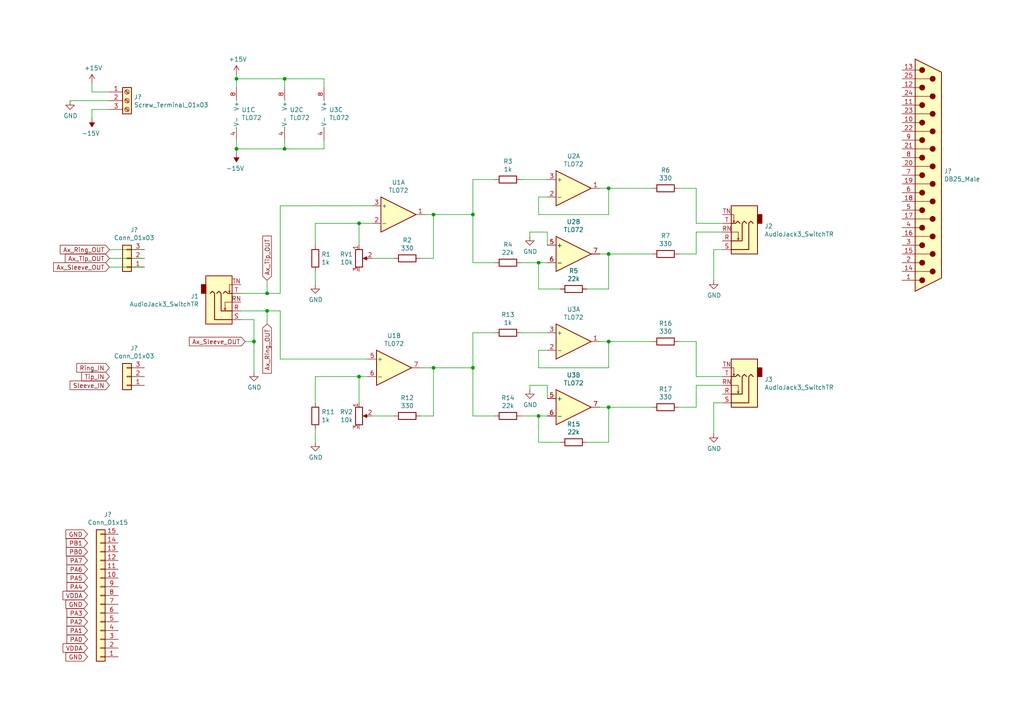
<source format=kicad_sch>
(kicad_sch (version 20231120) (generator "eeschema") (generator_version "8.0")
  (paper "A4")
  (lib_symbols
    (symbol "Amplifier_Operational:TL072" (pin_names (offset 0.127))
      (property "Reference" "U" (at 0 5.08 0))
      (property "Value" "TL072" (at 0 -5.08 0))
      (symbol "TL072_1_1"
        (polyline (pts (xy -5.08 5.08) (xy 5.08 0) (xy -5.08 -5.08) (xy -5.08 5.08)) (stroke (width 0.254)) (fill (type background)))
        (pin output line (at 7.62 0 180) (length 2.54) (name "~") (number "1"))
        (pin input line (at -7.62 -2.54 0) (length 2.54) (name "-") (number "2"))
        (pin input line (at -7.62 2.54 0) (length 2.54) (name "+") (number "3"))
      )
      (symbol "TL072_2_1"
        (polyline (pts (xy -5.08 5.08) (xy 5.08 0) (xy -5.08 -5.08) (xy -5.08 5.08)) (stroke (width 0.254)) (fill (type background)))
        (pin input line (at -7.62 2.54 0) (length 2.54) (name "+") (number "5"))
        (pin input line (at -7.62 -2.54 0) (length 2.54) (name "-") (number "6"))
        (pin output line (at 7.62 0 180) (length 2.54) (name "~") (number "7"))
      )
      (symbol "TL072_3_1"
        (pin power_in line (at -2.54 -7.62 90) (length 3.81) (name "V-") (number "4"))
        (pin power_in line (at -2.54 7.62 270) (length 3.81) (name "V+") (number "8"))
      )
    )
    (symbol "AxolotiLaser-rescue:+15V-power" (power) (pin_names (offset 0))
      (property "Value" "power_+15V" (at 0 3.556 0))
      (symbol "+15V-power_0_1"
        (polyline (pts (xy -0.762 1.27) (xy 0 2.54)))
        (polyline (pts (xy 0 0) (xy 0 2.54)))
        (polyline (pts (xy 0 2.54) (xy 0.762 1.27)))
      )
      (symbol "+15V-power_1_1"
        (pin power_in line (at 0 0 90) (length 0) hide (name "+15V") (number "1"))
      )
    )
    (symbol "AxolotiLaser-rescue:-15V-power" (power) (pin_names (offset 0))
      (property "Value" "power_-15V" (at 0 3.81 0))
      (symbol "-15V-power_0_0"
        (pin power_in line (at 0 0 90) (length 0) hide (name "-15V") (number "1"))
      )
      (symbol "-15V-power_0_1"
        (polyline (pts (xy 0 0) (xy 0 1.27) (xy 0.762 1.27) (xy 0 2.54) (xy -0.762 1.27) (xy 0 1.27)) (fill (type outline)))
      )
    )
    (symbol "AxolotiLaser-rescue:AudioJack3_SwitchTR-Connector"
      (property "Reference" "J" (at 0 8.89 0))
      (property "Value" "Connector_AudioJack3_SwitchTR" (at 0 6.35 0))
      (symbol "AudioJack3_SwitchTR-Connector_0_1"
        (rectangle (start -5.08 -5.08) (end -6.35 -7.62) (stroke (width 0.254)) (fill (type outline)))
        (polyline (pts (xy 0.508 -0.254) (xy 0.762 -0.762)))
        (polyline (pts (xy 1.778 -5.334) (xy 2.032 -5.842)))
        (polyline (pts (xy 0 -5.08) (xy 0.635 -5.715) (xy 1.27 -5.08) (xy 2.54 -5.08)) (stroke (width 0.254)))
        (polyline (pts (xy 2.54 -7.62) (xy 1.778 -7.62) (xy 1.778 -5.334) (xy 1.524 -5.842)))
        (polyline (pts (xy 2.54 -2.54) (xy 0.508 -2.54) (xy 0.508 -0.254) (xy 0.254 -0.762)))
        (polyline (pts (xy -1.905 -5.08) (xy -1.27 -5.715) (xy -0.635 -5.08) (xy -0.635 0) (xy 2.54 0)) (stroke (width 0.254)))
        (polyline (pts (xy 2.54 2.54) (xy -2.54 2.54) (xy -2.54 -5.08) (xy -3.175 -5.715) (xy -3.81 -5.08)) (stroke (width 0.254)))
        (rectangle (start 2.54 3.81) (end -5.08 -10.16) (stroke (width 0.254)) (fill (type background)))
      )
      (symbol "AudioJack3_SwitchTR-Connector_1_1"
        (pin passive line (at 5.08 0 180) (length 2.54) (name "~") (number "R"))
        (pin passive line (at 5.08 -2.54 180) (length 2.54) (name "~") (number "RN"))
        (pin passive line (at 5.08 2.54 180) (length 2.54) (name "~") (number "S"))
        (pin passive line (at 5.08 -5.08 180) (length 2.54) (name "~") (number "T"))
        (pin passive line (at 5.08 -7.62 180) (length 2.54) (name "~") (number "TN"))
      )
    )
    (symbol "AxolotiLaser-rescue:DB25_Male-Connector" (pin_names (offset 1.016) hide)
      (property "Reference" "J" (at 0 34.29 0))
      (property "Value" "Connector_DB25_Male" (at 0 -34.925 0))
      (symbol "DB25_Male-Connector_0_1"
        (circle (center -1.778 -30.48) (radius 0.762) (fill (type outline)))
        (circle (center -1.778 -25.4) (radius 0.762) (fill (type outline)))
        (circle (center -1.778 -20.32) (radius 0.762) (fill (type outline)))
        (circle (center -1.778 -15.24) (radius 0.762) (fill (type outline)))
        (circle (center -1.778 -10.16) (radius 0.762) (fill (type outline)))
        (circle (center -1.778 -5.08) (radius 0.762) (fill (type outline)))
        (circle (center -1.778 0) (radius 0.762) (fill (type outline)))
        (circle (center -1.778 5.08) (radius 0.762) (fill (type outline)))
        (circle (center -1.778 10.16) (radius 0.762) (fill (type outline)))
        (circle (center -1.778 15.24) (radius 0.762) (fill (type outline)))
        (circle (center -1.778 20.32) (radius 0.762) (fill (type outline)))
        (circle (center -1.778 25.4) (radius 0.762) (fill (type outline)))
        (circle (center -1.778 30.48) (radius 0.762) (fill (type outline)))
        (polyline (pts (xy -3.81 -30.48) (xy -2.54 -30.48)))
        (polyline (pts (xy -3.81 -27.94) (xy 0.508 -27.94)))
        (polyline (pts (xy -3.81 -25.4) (xy -2.54 -25.4)))
        (polyline (pts (xy -3.81 -22.86) (xy 0.508 -22.86)))
        (polyline (pts (xy -3.81 -20.32) (xy -2.54 -20.32)))
        (polyline (pts (xy -3.81 -17.78) (xy 0.508 -17.78)))
        (polyline (pts (xy -3.81 -15.24) (xy -2.54 -15.24)))
        (polyline (pts (xy -3.81 -12.7) (xy 0.508 -12.7)))
        (polyline (pts (xy -3.81 -10.16) (xy -2.54 -10.16)))
        (polyline (pts (xy -3.81 -7.62) (xy 0.508 -7.62)))
        (polyline (pts (xy -3.81 -5.08) (xy -2.54 -5.08)))
        (polyline (pts (xy -3.81 -2.54) (xy 0.508 -2.54)))
        (polyline (pts (xy -3.81 0) (xy -2.54 0)))
        (polyline (pts (xy -3.81 2.54) (xy 0.508 2.54)))
        (polyline (pts (xy -3.81 5.08) (xy -2.54 5.08)))
        (polyline (pts (xy -3.81 7.62) (xy 0.508 7.62)))
        (polyline (pts (xy -3.81 10.16) (xy -2.54 10.16)))
        (polyline (pts (xy -3.81 12.7) (xy 0.508 12.7)))
        (polyline (pts (xy -3.81 15.24) (xy -2.54 15.24)))
        (polyline (pts (xy -3.81 17.78) (xy 0.508 17.78)))
        (polyline (pts (xy -3.81 20.32) (xy -2.54 20.32)))
        (polyline (pts (xy -3.81 22.86) (xy 0.508 22.86)))
        (polyline (pts (xy -3.81 25.4) (xy -2.54 25.4)))
        (polyline (pts (xy -3.81 27.94) (xy 0.508 27.94)))
        (polyline (pts (xy -3.81 30.48) (xy -2.54 30.48)))
        (polyline (pts (xy -3.81 -33.655) (xy 3.81 -29.845) (xy 3.81 29.845) (xy -3.81 33.655) (xy -3.81 -33.655)) (stroke (width 0.254)) (fill (type background)))
        (circle (center 1.27 -27.94) (radius 0.762) (fill (type outline)))
        (circle (center 1.27 -22.86) (radius 0.762) (fill (type outline)))
        (circle (center 1.27 -17.78) (radius 0.762) (fill (type outline)))
        (circle (center 1.27 -12.7) (radius 0.762) (fill (type outline)))
        (circle (center 1.27 -7.62) (radius 0.762) (fill (type outline)))
        (circle (center 1.27 -2.54) (radius 0.762) (fill (type outline)))
        (circle (center 1.27 2.54) (radius 0.762) (fill (type outline)))
        (circle (center 1.27 7.62) (radius 0.762) (fill (type outline)))
        (circle (center 1.27 12.7) (radius 0.762) (fill (type outline)))
        (circle (center 1.27 17.78) (radius 0.762) (fill (type outline)))
        (circle (center 1.27 22.86) (radius 0.762) (fill (type outline)))
        (circle (center 1.27 27.94) (radius 0.762) (fill (type outline)))
      )
      (symbol "DB25_Male-Connector_1_1"
        (pin passive line (at -7.62 -30.48 0) (length 3.81) (name "1") (number "1"))
        (pin passive line (at -7.62 15.24 0) (length 3.81) (name "10") (number "10"))
        (pin passive line (at -7.62 20.32 0) (length 3.81) (name "11") (number "11"))
        (pin passive line (at -7.62 25.4 0) (length 3.81) (name "12") (number "12"))
        (pin passive line (at -7.62 30.48 0) (length 3.81) (name "13") (number "13"))
        (pin passive line (at -7.62 -27.94 0) (length 3.81) (name "P14") (number "14"))
        (pin passive line (at -7.62 -22.86 0) (length 3.81) (name "P15") (number "15"))
        (pin passive line (at -7.62 -17.78 0) (length 3.81) (name "P16") (number "16"))
        (pin passive line (at -7.62 -12.7 0) (length 3.81) (name "P17") (number "17"))
        (pin passive line (at -7.62 -7.62 0) (length 3.81) (name "P18") (number "18"))
        (pin passive line (at -7.62 -2.54 0) (length 3.81) (name "P19") (number "19"))
        (pin passive line (at -7.62 -25.4 0) (length 3.81) (name "2") (number "2"))
        (pin passive line (at -7.62 2.54 0) (length 3.81) (name "P20") (number "20"))
        (pin passive line (at -7.62 7.62 0) (length 3.81) (name "P21") (number "21"))
        (pin passive line (at -7.62 12.7 0) (length 3.81) (name "P22") (number "22"))
        (pin passive line (at -7.62 17.78 0) (length 3.81) (name "P23") (number "23"))
        (pin passive line (at -7.62 22.86 0) (length 3.81) (name "P24") (number "24"))
        (pin passive line (at -7.62 27.94 0) (length 3.81) (name "P25") (number "25"))
        (pin passive line (at -7.62 -20.32 0) (length 3.81) (name "3") (number "3"))
        (pin passive line (at -7.62 -15.24 0) (length 3.81) (name "4") (number "4"))
        (pin passive line (at -7.62 -10.16 0) (length 3.81) (name "5") (number "5"))
        (pin passive line (at -7.62 -5.08 0) (length 3.81) (name "6") (number "6"))
        (pin passive line (at -7.62 0 0) (length 3.81) (name "7") (number "7"))
        (pin passive line (at -7.62 5.08 0) (length 3.81) (name "8") (number "8"))
        (pin passive line (at -7.62 10.16 0) (length 3.81) (name "9") (number "9"))
      )
    )
    (symbol "AxolotiLaser-rescue:GND-power" (power) (pin_names (offset 0))
      (property "Value" "power_GND" (at 0 -3.81 0))
      (symbol "GND-power_0_1"
        (polyline (pts (xy 0 0) (xy 0 -1.27) (xy 1.27 -1.27) (xy 0 -2.54) (xy -1.27 -1.27) (xy 0 -1.27)))
      )
      (symbol "GND-power_1_1"
        (pin power_in line (at 0 0 270) (length 0) hide (name "GND") (number "1"))
      )
    )
    (symbol "AxolotiLaser-rescue:R_POT-Device" (pin_names (offset 1.016) hide)
      (property "Reference" "RV" (at -4.445 0 90))
      (property "Value" "Device_R_POT" (at -2.54 0 90))
      (symbol "R_POT-Device_0_1"
        (polyline (pts (xy 2.54 0) (xy 1.524 0)))
        (polyline (pts (xy 1.143 0) (xy 2.286 0.508) (xy 2.286 -0.508) (xy 1.143 0)) (fill (type outline)))
        (rectangle (start 1.016 2.54) (end -1.016 -2.54) (stroke (width 0.254)))
      )
      (symbol "R_POT-Device_1_1"
        (pin passive line (at 0 3.81 270) (length 1.27) (name "1") (number "1"))
        (pin passive line (at 3.81 0 180) (length 1.27) (name "2") (number "2"))
        (pin passive line (at 0 -3.81 90) (length 1.27) (name "3") (number "3"))
      )
    )
    (symbol "Connector:Screw_Terminal_01x03" (pin_names (offset 1.016) hide)
      (property "Reference" "J" (at 0 5.08 0))
      (property "Value" "Screw_Terminal_01x03" (at 0 -5.08 0))
      (symbol "Screw_Terminal_01x03_1_1"
        (rectangle (start -1.27 3.81) (end 1.27 -3.81) (stroke (width 0.254)) (fill (type background)))
        (circle (center 0 -2.54) (radius 0.635) (stroke (width 0.1524)))
        (polyline (pts (xy -0.5334 -2.2098) (xy 0.3302 -3.048)) (stroke (width 0.1524)))
        (polyline (pts (xy -0.5334 0.3302) (xy 0.3302 -0.508)) (stroke (width 0.1524)))
        (polyline (pts (xy -0.5334 2.8702) (xy 0.3302 2.032)) (stroke (width 0.1524)))
        (polyline (pts (xy -0.3556 -2.032) (xy 0.508 -2.8702)) (stroke (width 0.1524)))
        (polyline (pts (xy -0.3556 0.508) (xy 0.508 -0.3302)) (stroke (width 0.1524)))
        (polyline (pts (xy -0.3556 3.048) (xy 0.508 2.2098)) (stroke (width 0.1524)))
        (circle (center 0 0) (radius 0.635) (stroke (width 0.1524)))
        (circle (center 0 2.54) (radius 0.635) (stroke (width 0.1524)))
        (pin passive line (at -5.08 2.54 0) (length 3.81) (name "Pin_1") (number "1"))
        (pin passive line (at -5.08 0 0) (length 3.81) (name "Pin_2") (number "2"))
        (pin passive line (at -5.08 -2.54 0) (length 3.81) (name "Pin_3") (number "3"))
      )
    )
    (symbol "Connector_Generic:Conn_01x03" (pin_names (offset 1.016) hide)
      (property "Reference" "J" (at 0 5.08 0))
      (property "Value" "Conn_01x03" (at 0 -5.08 0))
      (symbol "Conn_01x03_1_1"
        (rectangle (start -1.27 -2.413) (end 0 -2.667) (stroke (width 0.1524)))
        (rectangle (start -1.27 0.127) (end 0 -0.127) (stroke (width 0.1524)))
        (rectangle (start -1.27 2.667) (end 0 2.413) (stroke (width 0.1524)))
        (rectangle (start -1.27 3.81) (end 1.27 -3.81) (stroke (width 0.254)) (fill (type background)))
        (pin passive line (at -5.08 2.54 0) (length 3.81) (name "Pin_1") (number "1"))
        (pin passive line (at -5.08 0 0) (length 3.81) (name "Pin_2") (number "2"))
        (pin passive line (at -5.08 -2.54 0) (length 3.81) (name "Pin_3") (number "3"))
      )
    )
    (symbol "Connector_Generic:Conn_01x15" (pin_names (offset 1.016) hide)
      (property "Reference" "J" (at 0 20.32 0))
      (property "Value" "Conn_01x15" (at 0 -20.32 0))
      (symbol "Conn_01x15_1_1"
        (rectangle (start -1.27 -17.653) (end 0 -17.907) (stroke (width 0.1524)))
        (rectangle (start -1.27 -15.113) (end 0 -15.367) (stroke (width 0.1524)))
        (rectangle (start -1.27 -12.573) (end 0 -12.827) (stroke (width 0.1524)))
        (rectangle (start -1.27 -10.033) (end 0 -10.287) (stroke (width 0.1524)))
        (rectangle (start -1.27 -7.493) (end 0 -7.747) (stroke (width 0.1524)))
        (rectangle (start -1.27 -4.953) (end 0 -5.207) (stroke (width 0.1524)))
        (rectangle (start -1.27 -2.413) (end 0 -2.667) (stroke (width 0.1524)))
        (rectangle (start -1.27 0.127) (end 0 -0.127) (stroke (width 0.1524)))
        (rectangle (start -1.27 2.667) (end 0 2.413) (stroke (width 0.1524)))
        (rectangle (start -1.27 5.207) (end 0 4.953) (stroke (width 0.1524)))
        (rectangle (start -1.27 7.747) (end 0 7.493) (stroke (width 0.1524)))
        (rectangle (start -1.27 10.287) (end 0 10.033) (stroke (width 0.1524)))
        (rectangle (start -1.27 12.827) (end 0 12.573) (stroke (width 0.1524)))
        (rectangle (start -1.27 15.367) (end 0 15.113) (stroke (width 0.1524)))
        (rectangle (start -1.27 17.907) (end 0 17.653) (stroke (width 0.1524)))
        (rectangle (start -1.27 19.05) (end 1.27 -19.05) (stroke (width 0.254)) (fill (type background)))
        (pin passive line (at -5.08 17.78 0) (length 3.81) (name "Pin_1") (number "1"))
        (pin passive line (at -5.08 -5.08 0) (length 3.81) (name "Pin_10") (number "10"))
        (pin passive line (at -5.08 -7.62 0) (length 3.81) (name "Pin_11") (number "11"))
        (pin passive line (at -5.08 -10.16 0) (length 3.81) (name "Pin_12") (number "12"))
        (pin passive line (at -5.08 -12.7 0) (length 3.81) (name "Pin_13") (number "13"))
        (pin passive line (at -5.08 -15.24 0) (length 3.81) (name "Pin_14") (number "14"))
        (pin passive line (at -5.08 -17.78 0) (length 3.81) (name "Pin_15") (number "15"))
        (pin passive line (at -5.08 15.24 0) (length 3.81) (name "Pin_2") (number "2"))
        (pin passive line (at -5.08 12.7 0) (length 3.81) (name "Pin_3") (number "3"))
        (pin passive line (at -5.08 10.16 0) (length 3.81) (name "Pin_4") (number "4"))
        (pin passive line (at -5.08 7.62 0) (length 3.81) (name "Pin_5") (number "5"))
        (pin passive line (at -5.08 5.08 0) (length 3.81) (name "Pin_6") (number "6"))
        (pin passive line (at -5.08 2.54 0) (length 3.81) (name "Pin_7") (number "7"))
        (pin passive line (at -5.08 0 0) (length 3.81) (name "Pin_8") (number "8"))
        (pin passive line (at -5.08 -2.54 0) (length 3.81) (name "Pin_9") (number "9"))
      )
    )
    (symbol "Device:R" (pin_numbers hide) (pin_names (offset 0))
      (property "Reference" "R" (at 2.032 0 90))
      (property "Value" "R" (at 0 0 90))
      (symbol "R_0_1"
        (rectangle (start -1.016 -2.54) (end 1.016 2.54) (stroke (width 0.254)))
      )
      (symbol "R_1_1"
        (pin passive line (at 0 3.81 270) (length 1.27) (name "~") (number "1"))
        (pin passive line (at 0 -3.81 90) (length 1.27) (name "~") (number "2"))
      )
    )
  )
  (junction (at 77.47 90.17))
  (junction (at 176.53 118.11))
  (junction (at 82.55 43.18))
  (junction (at 77.47 85.09))
  (junction (at 68.58 43.18))
  (junction (at 137.16 62.23))
  (junction (at 73.66 99.06))
  (junction (at 104.14 109.22))
  (junction (at 125.73 106.68))
  (junction (at 176.53 73.66))
  (junction (at 125.73 62.23))
  (junction (at 68.58 22.86))
  (junction (at 176.53 54.61))
  (junction (at 137.16 106.68))
  (junction (at 176.53 99.06))
  (junction (at 156.21 120.65))
  (junction (at 156.21 76.2))
  (junction (at 104.14 64.77))
  (junction (at 82.55 22.86))
  (wire (pts (xy 125.73 120.65) (xy 125.73 106.68)))
  (wire (pts (xy 156.21 62.23) (xy 176.53 62.23)))
  (wire (pts (xy 41.91 72.39) (xy 31.75 72.39)))
  (wire (pts (xy 73.66 92.71) (xy 73.66 99.06)))
  (wire (pts (xy 201.93 54.61) (xy 201.93 64.77)))
  (wire (pts (xy 201.93 118.11) (xy 201.93 111.76)))
  (wire (pts (xy 26.67 26.67) (xy 26.67 24.13)))
  (wire (pts (xy 176.53 99.06) (xy 189.23 99.06)))
  (wire (pts (xy 26.67 31.75) (xy 26.67 34.29)))
  (wire (pts (xy 156.21 83.82) (xy 162.56 83.82)))
  (wire (pts (xy 93.98 43.18) (xy 93.98 40.64)))
  (wire (pts (xy 153.67 67.31) (xy 153.67 68.58)))
  (wire (pts (xy 69.85 90.17) (xy 77.47 90.17)))
  (wire (pts (xy 31.75 26.67) (xy 26.67 26.67)))
  (wire (pts (xy 82.55 22.86) (xy 93.98 22.86)))
  (wire (pts (xy 104.14 64.77) (xy 104.14 71.12)))
  (wire (pts (xy 41.91 74.93) (xy 31.75 74.93)))
  (wire (pts (xy 68.58 21.59) (xy 68.58 22.86)))
  (wire (pts (xy 158.75 57.15) (xy 156.21 57.15)))
  (wire (pts (xy 91.44 78.74) (xy 91.44 82.55)))
  (wire (pts (xy 137.16 62.23) (xy 137.16 76.2)))
  (wire (pts (xy 93.98 22.86) (xy 93.98 25.4)))
  (wire (pts (xy 73.66 99.06) (xy 73.66 107.95)))
  (wire (pts (xy 158.75 111.76) (xy 153.67 111.76)))
  (wire (pts (xy 173.99 99.06) (xy 176.53 99.06)))
  (wire (pts (xy 68.58 43.18) (xy 68.58 44.45)))
  (wire (pts (xy 156.21 76.2) (xy 158.75 76.2)))
  (wire (pts (xy 156.21 106.68) (xy 176.53 106.68)))
  (wire (pts (xy 176.53 83.82) (xy 176.53 73.66)))
  (wire (pts (xy 196.85 54.61) (xy 201.93 54.61)))
  (wire (pts (xy 151.13 52.07) (xy 158.75 52.07)))
  (wire (pts (xy 125.73 106.68) (xy 137.16 106.68)))
  (wire (pts (xy 77.47 90.17) (xy 81.28 90.17)))
  (wire (pts (xy 77.47 81.28) (xy 77.47 85.09)))
  (wire (pts (xy 69.85 92.71) (xy 73.66 92.71)))
  (wire (pts (xy 201.93 111.76) (xy 209.55 111.76)))
  (wire (pts (xy 176.53 128.27) (xy 176.53 118.11)))
  (wire (pts (xy 106.68 109.22) (xy 104.14 109.22)))
  (wire (pts (xy 121.92 106.68) (xy 125.73 106.68)))
  (wire (pts (xy 137.16 62.23) (xy 137.16 52.07)))
  (wire (pts (xy 68.58 43.18) (xy 82.55 43.18)))
  (wire (pts (xy 137.16 120.65) (xy 143.51 120.65)))
  (wire (pts (xy 151.13 76.2) (xy 156.21 76.2)))
  (wire (pts (xy 153.67 111.76) (xy 153.67 113.03)))
  (wire (pts (xy 81.28 90.17) (xy 81.28 104.14)))
  (wire (pts (xy 156.21 128.27) (xy 162.56 128.27)))
  (wire (pts (xy 201.93 64.77) (xy 209.55 64.77)))
  (wire (pts (xy 31.75 31.75) (xy 26.67 31.75)))
  (wire (pts (xy 196.85 73.66) (xy 201.93 73.66)))
  (wire (pts (xy 77.47 93.98) (xy 77.47 90.17)))
  (wire (pts (xy 121.92 120.65) (xy 125.73 120.65)))
  (wire (pts (xy 137.16 96.52) (xy 143.51 96.52)))
  (wire (pts (xy 68.58 22.86) (xy 82.55 22.86)))
  (wire (pts (xy 209.55 72.39) (xy 207.01 72.39)))
  (wire (pts (xy 196.85 99.06) (xy 201.93 99.06)))
  (wire (pts (xy 201.93 67.31) (xy 209.55 67.31)))
  (wire (pts (xy 156.21 57.15) (xy 156.21 62.23)))
  (wire (pts (xy 156.21 120.65) (xy 156.21 128.27)))
  (wire (pts (xy 158.75 101.6) (xy 156.21 101.6)))
  (wire (pts (xy 81.28 85.09) (xy 81.28 59.69)))
  (wire (pts (xy 81.28 104.14) (xy 106.68 104.14)))
  (wire (pts (xy 69.85 85.09) (xy 77.47 85.09)))
  (wire (pts (xy 156.21 76.2) (xy 156.21 83.82)))
  (wire (pts (xy 91.44 64.77) (xy 91.44 71.12)))
  (wire (pts (xy 176.53 62.23) (xy 176.53 54.61)))
  (wire (pts (xy 201.93 99.06) (xy 201.93 109.22)))
  (wire (pts (xy 156.21 101.6) (xy 156.21 106.68)))
  (wire (pts (xy 68.58 40.64) (xy 68.58 43.18)))
  (wire (pts (xy 81.28 59.69) (xy 107.95 59.69)))
  (wire (pts (xy 82.55 22.86) (xy 82.55 25.4)))
  (wire (pts (xy 91.44 124.46) (xy 91.44 128.27)))
  (wire (pts (xy 137.16 106.68) (xy 137.16 96.52)))
  (wire (pts (xy 207.01 72.39) (xy 207.01 81.28)))
  (wire (pts (xy 125.73 62.23) (xy 137.16 62.23)))
  (wire (pts (xy 114.3 120.65) (xy 107.95 120.65)))
  (wire (pts (xy 104.14 116.84) (xy 104.14 109.22)))
  (wire (pts (xy 125.73 62.23) (xy 125.73 74.93)))
  (wire (pts (xy 77.47 85.09) (xy 81.28 85.09)))
  (wire (pts (xy 137.16 52.07) (xy 143.51 52.07)))
  (wire (pts (xy 176.53 118.11) (xy 189.23 118.11)))
  (wire (pts (xy 151.13 120.65) (xy 156.21 120.65)))
  (wire (pts (xy 68.58 22.86) (xy 68.58 25.4)))
  (wire (pts (xy 137.16 76.2) (xy 143.51 76.2)))
  (wire (pts (xy 158.75 71.12) (xy 158.75 67.31)))
  (wire (pts (xy 137.16 106.68) (xy 137.16 120.65)))
  (wire (pts (xy 209.55 116.84) (xy 207.01 116.84)))
  (wire (pts (xy 71.12 99.06) (xy 73.66 99.06)))
  (wire (pts (xy 173.99 54.61) (xy 176.53 54.61)))
  (wire (pts (xy 125.73 62.23) (xy 123.19 62.23)))
  (wire (pts (xy 151.13 96.52) (xy 158.75 96.52)))
  (wire (pts (xy 201.93 73.66) (xy 201.93 67.31)))
  (wire (pts (xy 176.53 73.66) (xy 173.99 73.66)))
  (wire (pts (xy 170.18 128.27) (xy 176.53 128.27)))
  (wire (pts (xy 104.14 64.77) (xy 107.95 64.77)))
  (wire (pts (xy 31.75 29.21) (xy 20.32 29.21)))
  (wire (pts (xy 121.92 74.93) (xy 125.73 74.93)))
  (wire (pts (xy 176.53 106.68) (xy 176.53 99.06)))
  (wire (pts (xy 176.53 73.66) (xy 189.23 73.66)))
  (wire (pts (xy 201.93 109.22) (xy 209.55 109.22)))
  (wire (pts (xy 196.85 118.11) (xy 201.93 118.11)))
  (wire (pts (xy 114.3 74.93) (xy 107.95 74.93)))
  (wire (pts (xy 82.55 43.18) (xy 93.98 43.18)))
  (wire (pts (xy 82.55 43.18) (xy 82.55 40.64)))
  (wire (pts (xy 170.18 83.82) (xy 176.53 83.82)))
  (wire (pts (xy 104.14 109.22) (xy 91.44 109.22)))
  (wire (pts (xy 176.53 118.11) (xy 173.99 118.11)))
  (wire (pts (xy 91.44 109.22) (xy 91.44 116.84)))
  (wire (pts (xy 104.14 64.77) (xy 91.44 64.77)))
  (wire (pts (xy 156.21 120.65) (xy 158.75 120.65)))
  (wire (pts (xy 158.75 67.31) (xy 153.67 67.31)))
  (wire (pts (xy 158.75 115.57) (xy 158.75 111.76)))
  (wire (pts (xy 41.91 77.47) (xy 31.75 77.47)))
  (wire (pts (xy 176.53 54.61) (xy 189.23 54.61)))
  (wire (pts (xy 207.01 116.84) (xy 207.01 125.73)))
  (global_label "PA4" (shape input) (at 25.4 170.18 180) (property "Intersheetrefs" "${INTERSHEET_REFS}" (effects (hide yes))))
  (global_label "PA1" (shape input) (at 25.4 182.88 180) (property "Intersheetrefs" "${INTERSHEET_REFS}" (effects (hide yes))))
  (global_label "GND" (shape input) (at 25.4 175.26 180) (property "Intersheetrefs" "${INTERSHEET_REFS}" (effects (hide yes))))
  (global_label "Tip_IN" (shape input) (at 31.75 109.22 180) (property "Intersheetrefs" "${INTERSHEET_REFS}" (effects (hide yes))))
  (global_label "Sleeve_IN" (shape input) (at 31.75 111.76 180) (property "Intersheetrefs" "${INTERSHEET_REFS}" (effects (hide yes))))
  (global_label "GND" (shape input) (at 25.4 190.5 180) (property "Intersheetrefs" "${INTERSHEET_REFS}" (effects (hide yes))))
  (global_label "GND" (shape input) (at 25.4 154.94 180) (property "Intersheetrefs" "${INTERSHEET_REFS}" (effects (hide yes))))
  (global_label "PA6" (shape input) (at 25.4 165.1 180) (property "Intersheetrefs" "${INTERSHEET_REFS}" (effects (hide yes))))
  (global_label "Ax_Sleeve_OUT" (shape input) (at 71.12 99.06 180) (property "Intersheetrefs" "${INTERSHEET_REFS}" (effects (hide yes))))
  (global_label "PA7" (shape input) (at 25.4 162.56 180) (property "Intersheetrefs" "${INTERSHEET_REFS}" (effects (hide yes))))
  (global_label "Ax_Sleeve_OUT" (shape input) (at 31.75 77.47 180) (property "Intersheetrefs" "${INTERSHEET_REFS}" (effects (hide yes))))
  (global_label "VDDA" (shape input) (at 25.4 187.96 180) (property "Intersheetrefs" "${INTERSHEET_REFS}" (effects (hide yes))))
  (global_label "Ax_Tip_OUT" (shape input) (at 77.47 81.28 90) (property "Intersheetrefs" "${INTERSHEET_REFS}" (effects (hide yes))))
  (global_label "Ax_Ring_OUT" (shape input) (at 31.75 72.39 180) (property "Intersheetrefs" "${INTERSHEET_REFS}" (effects (hide yes))))
  (global_label "Ax_Tip_OUT" (shape input) (at 31.75 74.93 180) (property "Intersheetrefs" "${INTERSHEET_REFS}" (effects (hide yes))))
  (global_label "PB0" (shape input) (at 25.4 160.02 180) (property "Intersheetrefs" "${INTERSHEET_REFS}" (effects (hide yes))))
  (global_label "PA2" (shape input) (at 25.4 180.34 180) (property "Intersheetrefs" "${INTERSHEET_REFS}" (effects (hide yes))))
  (global_label "PA5" (shape input) (at 25.4 167.64 180) (property "Intersheetrefs" "${INTERSHEET_REFS}" (effects (hide yes))))
  (global_label "Ring_IN" (shape input) (at 31.75 106.68 180) (property "Intersheetrefs" "${INTERSHEET_REFS}" (effects (hide yes))))
  (global_label "PB1" (shape input) (at 25.4 157.48 180) (property "Intersheetrefs" "${INTERSHEET_REFS}" (effects (hide yes))))
  (global_label "PA0" (shape input) (at 25.4 185.42 180) (property "Intersheetrefs" "${INTERSHEET_REFS}" (effects (hide yes))))
  (global_label "PA3" (shape input) (at 25.4 177.8 180) (property "Intersheetrefs" "${INTERSHEET_REFS}" (effects (hide yes))))
  (global_label "VDDA" (shape input) (at 25.4 172.72 180) (property "Intersheetrefs" "${INTERSHEET_REFS}" (effects (hide yes))))
  (global_label "Ax_Ring_OUT" (shape input) (at 77.47 93.98 270) (property "Intersheetrefs" "${INTERSHEET_REFS}" (effects (hide yes))))
  (symbol (lib_id "AxolotiLaser-rescue:AudioJack3_SwitchTR-Connector") (at 64.77 90.17 0) (mirror x) (unit 1)
    (property "Reference" "J1" (at 57.6834 85.9282 0) (effects (justify right)))
    (property "Value" "AudioJack3_SwitchTR" (at 57.6834 88.2396 0) (effects (justify right)))
  )
  (symbol (lib_id "AxolotiLaser-rescue:AudioJack3_SwitchTR-Connector") (at 214.63 69.85 180) (unit 1)
    (property "Reference" "J2" (at 221.742 65.6082 0) (effects (justify right)))
    (property "Value" "AudioJack3_SwitchTR" (at 221.742 67.9196 0) (effects (justify right)))
  )
  (symbol (lib_id "Amplifier_Operational:TL072") (at 115.57 62.23 0) (unit 1)
    (property "Reference" "U1" (at 115.57 52.9082 0))
    (property "Value" "TL072" (at 115.57 55.2196 0))
    (property "Datasheet" "http://www.ti.com/lit/ds/symlink/tl071.pdf" (effects (hide yes)))
  )
  (symbol (lib_id "Amplifier_Operational:TL072") (at 114.3 106.68 0) (unit 2)
    (property "Reference" "U1" (at 114.3 97.3582 0))
    (property "Value" "TL072" (at 114.3 99.6696 0))
    (property "Datasheet" "http://www.ti.com/lit/ds/symlink/tl071.pdf" (effects (hide yes)))
  )
  (symbol (lib_id "Amplifier_Operational:TL072") (at 71.12 33.02 0) (unit 3)
    (property "Reference" "U1" (at 70.0532 31.8516 0) (effects (justify left)))
    (property "Value" "TL072" (at 70.0532 34.163 0) (effects (justify left)))
    (property "Datasheet" "http://www.ti.com/lit/ds/symlink/tl071.pdf" (effects (hide yes)))
  )
  (symbol (lib_id "Amplifier_Operational:TL072") (at 166.37 54.61 0) (unit 1)
    (property "Reference" "U2" (at 166.37 45.2882 0))
    (property "Value" "TL072" (at 166.37 47.5996 0))
    (property "Datasheet" "http://www.ti.com/lit/ds/symlink/tl071.pdf" (effects (hide yes)))
  )
  (symbol (lib_id "Amplifier_Operational:TL072") (at 166.37 73.66 0) (unit 2)
    (property "Reference" "U2" (at 166.37 64.3382 0))
    (property "Value" "TL072" (at 166.37 66.6496 0))
    (property "Datasheet" "http://www.ti.com/lit/ds/symlink/tl071.pdf" (effects (hide yes)))
  )
  (symbol (lib_id "Amplifier_Operational:TL072") (at 85.09 33.02 0) (unit 3)
    (property "Reference" "U2" (at 84.0232 31.8516 0) (effects (justify left)))
    (property "Value" "TL072" (at 84.0232 34.163 0) (effects (justify left)))
    (property "Datasheet" "http://www.ti.com/lit/ds/symlink/tl071.pdf" (effects (hide yes)))
  )
  (symbol (lib_id "Amplifier_Operational:TL072") (at 96.52 33.02 0) (unit 3)
    (property "Reference" "U3" (at 95.4532 31.8516 0) (effects (justify left)))
    (property "Value" "TL072" (at 95.4532 34.163 0) (effects (justify left)))
    (property "Datasheet" "http://www.ti.com/lit/ds/symlink/tl071.pdf" (effects (hide yes)))
  )
  (symbol (lib_id "Connector_Generic:Conn_01x15") (at 29.21 172.72 180) (unit 1)
    (property "Reference" "J?" (at 31.2928 149.225 0))
    (property "Value" "Conn_01x15" (at 31.2928 151.5364 0))
  )
  (symbol (lib_id "Connector_Generic:Conn_01x03") (at 36.83 74.93 180) (unit 1)
    (property "Reference" "J?" (at 38.9128 66.675 0))
    (property "Value" "Conn_01x03" (at 38.9128 68.9864 0))
  )
  (symbol (lib_id "Connector_Generic:Conn_01x03") (at 36.83 109.22 180) (unit 1)
    (property "Reference" "J?" (at 38.9128 100.965 0))
    (property "Value" "Conn_01x03" (at 38.9128 103.2764 0))
  )
  (symbol (lib_id "Device:R") (at 118.11 120.65 270) (unit 1)
    (property "Reference" "R12" (at 118.11 115.3922 90))
    (property "Value" "330" (at 118.11 117.7036 90))
  )
  (symbol (lib_id "Device:R") (at 91.44 120.65 180) (unit 1)
    (property "Reference" "R11" (at 93.218 119.4816 0) (effects (justify right)))
    (property "Value" "1k" (at 93.218 121.793 0) (effects (justify right)))
  )
  (symbol (lib_id "AxolotiLaser-rescue:R_POT-Device") (at 104.14 120.65 0) (unit 1)
    (property "Reference" "RV2" (at 102.362 119.4816 0) (effects (justify right)))
    (property "Value" "10k" (at 102.362 121.793 0) (effects (justify right)))
  )
  (symbol (lib_id "AxolotiLaser-rescue:GND-power") (at 91.44 128.27 0) (unit 1)
    (property "Reference" "#PWR?" (effects (hide yes)))
    (property "Value" "GND" (at 91.567 132.6642 0))
  )
  (symbol (lib_id "AxolotiLaser-rescue:+15V-power") (at 68.58 21.59 0) (unit 1)
    (property "Reference" "#PWR?" (effects (hide yes)))
    (property "Value" "+15V" (at 68.961 17.1958 0))
  )
  (symbol (lib_id "AxolotiLaser-rescue:-15V-power") (at 68.58 44.45 180) (unit 1)
    (property "Reference" "#PWR?" (effects (hide yes)))
    (property "Value" "-15V" (at 68.199 48.8442 0))
  )
  (symbol (lib_id "Connector:Screw_Terminal_01x03") (at 36.83 29.21 0) (unit 1)
    (property "Reference" "J?" (at 38.862 28.1432 0) (effects (justify left)))
    (property "Value" "Screw_Terminal_01x03" (at 38.862 30.4546 0) (effects (justify left)))
  )
  (symbol (lib_id "AxolotiLaser-rescue:+15V-power") (at 26.67 24.13 0) (unit 1)
    (property "Reference" "#PWR?" (effects (hide yes)))
    (property "Value" "+15V" (at 27.051 19.7358 0))
  )
  (symbol (lib_id "AxolotiLaser-rescue:-15V-power") (at 26.67 34.29 180) (unit 1)
    (property "Reference" "#PWR?" (effects (hide yes)))
    (property "Value" "-15V" (at 26.289 38.6842 0))
  )
  (symbol (lib_id "AxolotiLaser-rescue:GND-power") (at 20.32 29.21 0) (unit 1)
    (property "Reference" "#PWR?" (effects (hide yes)))
    (property "Value" "GND" (at 20.447 33.6042 0))
  )
  (symbol (lib_id "Device:R") (at 118.11 74.93 270) (unit 1)
    (property "Reference" "R2" (at 118.11 69.6722 90))
    (property "Value" "330" (at 118.11 71.9836 90))
  )
  (symbol (lib_id "Device:R") (at 91.44 74.93 180) (unit 1)
    (property "Reference" "R1" (at 93.218 73.7616 0) (effects (justify right)))
    (property "Value" "1k" (at 93.218 76.073 0) (effects (justify right)))
  )
  (symbol (lib_id "AxolotiLaser-rescue:R_POT-Device") (at 104.14 74.93 0) (unit 1)
    (property "Reference" "RV1" (at 102.362 73.7616 0) (effects (justify right)))
    (property "Value" "10k" (at 102.362 76.073 0) (effects (justify right)))
  )
  (symbol (lib_id "AxolotiLaser-rescue:GND-power") (at 91.44 82.55 0) (unit 1)
    (property "Reference" "#PWR?" (effects (hide yes)))
    (property "Value" "GND" (at 91.567 86.9442 0))
  )
  (symbol (lib_id "AxolotiLaser-rescue:DB25_Male-Connector") (at 269.24 50.8 0) (unit 1)
    (property "Reference" "J?" (at 273.812 49.6316 0) (effects (justify left)))
    (property "Value" "DB25_Male" (at 273.812 51.943 0) (effects (justify left)))
  )
  (symbol (lib_id "Device:R") (at 147.32 52.07 270) (unit 1)
    (property "Reference" "R3" (at 147.32 46.8122 90))
    (property "Value" "1k" (at 147.32 49.1236 90))
  )
  (symbol (lib_id "Device:R") (at 147.32 76.2 270) (unit 1)
    (property "Reference" "R4" (at 147.32 70.9422 90))
    (property "Value" "22k" (at 147.32 73.2536 90))
  )
  (symbol (lib_id "AxolotiLaser-rescue:GND-power") (at 153.67 68.58 0) (unit 1)
    (property "Reference" "#PWR?" (effects (hide yes)))
    (property "Value" "GND" (at 153.797 72.9742 0))
  )
  (symbol (lib_id "Device:R") (at 166.37 83.82 270) (unit 1)
    (property "Reference" "R5" (at 166.37 78.5622 90))
    (property "Value" "22k" (at 166.37 80.8736 90))
  )
  (symbol (lib_id "Device:R") (at 193.04 54.61 270) (unit 1)
    (property "Reference" "R6" (at 193.04 49.3522 90))
    (property "Value" "330" (at 193.04 51.6636 90))
  )
  (symbol (lib_id "Device:R") (at 193.04 73.66 270) (unit 1)
    (property "Reference" "R7" (at 193.04 68.4022 90))
    (property "Value" "330" (at 193.04 70.7136 90))
  )
  (symbol (lib_id "AxolotiLaser-rescue:GND-power") (at 207.01 81.28 0) (unit 1)
    (property "Reference" "#PWR?" (effects (hide yes)))
    (property "Value" "GND" (at 207.137 85.6742 0))
  )
  (symbol (lib_id "AxolotiLaser-rescue:AudioJack3_SwitchTR-Connector") (at 214.63 114.3 180) (unit 1)
    (property "Reference" "J3" (at 221.742 110.0582 0) (effects (justify right)))
    (property "Value" "AudioJack3_SwitchTR" (at 221.742 112.3696 0) (effects (justify right)))
  )
  (symbol (lib_id "Amplifier_Operational:TL072") (at 166.37 99.06 0) (unit 1)
    (property "Reference" "U3" (at 166.37 89.7382 0))
    (property "Value" "TL072" (at 166.37 92.0496 0))
    (property "Datasheet" "http://www.ti.com/lit/ds/symlink/tl071.pdf" (effects (hide yes)))
  )
  (symbol (lib_id "Amplifier_Operational:TL072") (at 166.37 118.11 0) (unit 2)
    (property "Reference" "U3" (at 166.37 108.7882 0))
    (property "Value" "TL072" (at 166.37 111.0996 0))
    (property "Datasheet" "http://www.ti.com/lit/ds/symlink/tl071.pdf" (effects (hide yes)))
  )
  (symbol (lib_id "Device:R") (at 147.32 96.52 270) (unit 1)
    (property "Reference" "R13" (at 147.32 91.2622 90))
    (property "Value" "1k" (at 147.32 93.5736 90))
  )
  (symbol (lib_id "Device:R") (at 147.32 120.65 270) (unit 1)
    (property "Reference" "R14" (at 147.32 115.3922 90))
    (property "Value" "22k" (at 147.32 117.7036 90))
  )
  (symbol (lib_id "AxolotiLaser-rescue:GND-power") (at 153.67 113.03 0) (unit 1)
    (property "Reference" "#PWR?" (effects (hide yes)))
    (property "Value" "GND" (at 153.797 117.4242 0))
  )
  (symbol (lib_id "Device:R") (at 166.37 128.27 270) (unit 1)
    (property "Reference" "R15" (at 166.37 123.0122 90))
    (property "Value" "22k" (at 166.37 125.3236 90))
  )
  (symbol (lib_id "Device:R") (at 193.04 99.06 270) (unit 1)
    (property "Reference" "R16" (at 193.04 93.8022 90))
    (property "Value" "330" (at 193.04 96.1136 90))
  )
  (symbol (lib_id "Device:R") (at 193.04 118.11 270) (unit 1)
    (property "Reference" "R17" (at 193.04 112.8522 90))
    (property "Value" "330" (at 193.04 115.1636 90))
  )
  (symbol (lib_id "AxolotiLaser-rescue:GND-power") (at 207.01 125.73 0) (unit 1)
    (property "Reference" "#PWR?" (effects (hide yes)))
    (property "Value" "GND" (at 207.137 130.1242 0))
  )
  (symbol (lib_id "AxolotiLaser-rescue:GND-power") (at 73.66 107.95 0) (unit 1)
    (property "Reference" "#PWR?" (effects (hide yes)))
    (property "Value" "GND" (at 73.787 112.3442 0))
  )
)
</source>
